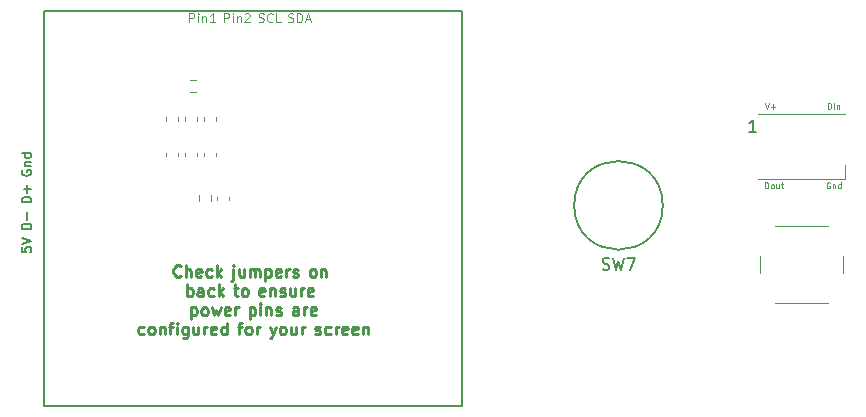
<source format=gbr>
G04 #@! TF.GenerationSoftware,KiCad,Pcbnew,(7.0.0)*
G04 #@! TF.CreationDate,2023-03-04T20:15:19-06:00*
G04 #@! TF.ProjectId,V0_Display,56305f44-6973-4706-9c61-792e6b696361,rev?*
G04 #@! TF.SameCoordinates,Original*
G04 #@! TF.FileFunction,Legend,Top*
G04 #@! TF.FilePolarity,Positive*
%FSLAX46Y46*%
G04 Gerber Fmt 4.6, Leading zero omitted, Abs format (unit mm)*
G04 Created by KiCad (PCBNEW (7.0.0)) date 2023-03-04 20:15:19*
%MOMM*%
%LPD*%
G01*
G04 APERTURE LIST*
%ADD10C,0.075000*%
%ADD11C,0.150000*%
%ADD12C,0.100000*%
%ADD13C,0.250000*%
%ADD14C,0.120000*%
G04 APERTURE END LIST*
D10*
X156829810Y-58477690D02*
X156996476Y-58977690D01*
X156996476Y-58977690D02*
X157163143Y-58477690D01*
X157329809Y-58787214D02*
X157710762Y-58787214D01*
X157520285Y-58977690D02*
X157520285Y-58596738D01*
D11*
X93875904Y-70692666D02*
X93875904Y-71073618D01*
X93875904Y-71073618D02*
X94256857Y-71111714D01*
X94256857Y-71111714D02*
X94218761Y-71073618D01*
X94218761Y-71073618D02*
X94180666Y-70997428D01*
X94180666Y-70997428D02*
X94180666Y-70806952D01*
X94180666Y-70806952D02*
X94218761Y-70730761D01*
X94218761Y-70730761D02*
X94256857Y-70692666D01*
X94256857Y-70692666D02*
X94333047Y-70654571D01*
X94333047Y-70654571D02*
X94523523Y-70654571D01*
X94523523Y-70654571D02*
X94599714Y-70692666D01*
X94599714Y-70692666D02*
X94637809Y-70730761D01*
X94637809Y-70730761D02*
X94675904Y-70806952D01*
X94675904Y-70806952D02*
X94675904Y-70997428D01*
X94675904Y-70997428D02*
X94637809Y-71073618D01*
X94637809Y-71073618D02*
X94599714Y-71111714D01*
X93875904Y-70425999D02*
X94675904Y-70159332D01*
X94675904Y-70159332D02*
X93875904Y-69892666D01*
X94675904Y-69145999D02*
X93875904Y-69145999D01*
X93875904Y-69145999D02*
X93875904Y-68955523D01*
X93875904Y-68955523D02*
X93914000Y-68841237D01*
X93914000Y-68841237D02*
X93990190Y-68765047D01*
X93990190Y-68765047D02*
X94066380Y-68726952D01*
X94066380Y-68726952D02*
X94218761Y-68688856D01*
X94218761Y-68688856D02*
X94333047Y-68688856D01*
X94333047Y-68688856D02*
X94485428Y-68726952D01*
X94485428Y-68726952D02*
X94561619Y-68765047D01*
X94561619Y-68765047D02*
X94637809Y-68841237D01*
X94637809Y-68841237D02*
X94675904Y-68955523D01*
X94675904Y-68955523D02*
X94675904Y-69145999D01*
X94371142Y-68345999D02*
X94371142Y-67736476D01*
X94675904Y-66875523D02*
X93875904Y-66875523D01*
X93875904Y-66875523D02*
X93875904Y-66685047D01*
X93875904Y-66685047D02*
X93914000Y-66570761D01*
X93914000Y-66570761D02*
X93990190Y-66494571D01*
X93990190Y-66494571D02*
X94066380Y-66456476D01*
X94066380Y-66456476D02*
X94218761Y-66418380D01*
X94218761Y-66418380D02*
X94333047Y-66418380D01*
X94333047Y-66418380D02*
X94485428Y-66456476D01*
X94485428Y-66456476D02*
X94561619Y-66494571D01*
X94561619Y-66494571D02*
X94637809Y-66570761D01*
X94637809Y-66570761D02*
X94675904Y-66685047D01*
X94675904Y-66685047D02*
X94675904Y-66875523D01*
X94371142Y-66075523D02*
X94371142Y-65466000D01*
X94675904Y-65770761D02*
X94066380Y-65770761D01*
X93914000Y-64186000D02*
X93875904Y-64262190D01*
X93875904Y-64262190D02*
X93875904Y-64376476D01*
X93875904Y-64376476D02*
X93914000Y-64490762D01*
X93914000Y-64490762D02*
X93990190Y-64566952D01*
X93990190Y-64566952D02*
X94066380Y-64605047D01*
X94066380Y-64605047D02*
X94218761Y-64643143D01*
X94218761Y-64643143D02*
X94333047Y-64643143D01*
X94333047Y-64643143D02*
X94485428Y-64605047D01*
X94485428Y-64605047D02*
X94561619Y-64566952D01*
X94561619Y-64566952D02*
X94637809Y-64490762D01*
X94637809Y-64490762D02*
X94675904Y-64376476D01*
X94675904Y-64376476D02*
X94675904Y-64300285D01*
X94675904Y-64300285D02*
X94637809Y-64186000D01*
X94637809Y-64186000D02*
X94599714Y-64147904D01*
X94599714Y-64147904D02*
X94333047Y-64147904D01*
X94333047Y-64147904D02*
X94333047Y-64300285D01*
X94142571Y-63805047D02*
X94675904Y-63805047D01*
X94218761Y-63805047D02*
X94180666Y-63766952D01*
X94180666Y-63766952D02*
X94142571Y-63690762D01*
X94142571Y-63690762D02*
X94142571Y-63576476D01*
X94142571Y-63576476D02*
X94180666Y-63500285D01*
X94180666Y-63500285D02*
X94256857Y-63462190D01*
X94256857Y-63462190D02*
X94675904Y-63462190D01*
X94675904Y-62738380D02*
X93875904Y-62738380D01*
X94637809Y-62738380D02*
X94675904Y-62814571D01*
X94675904Y-62814571D02*
X94675904Y-62966952D01*
X94675904Y-62966952D02*
X94637809Y-63043142D01*
X94637809Y-63043142D02*
X94599714Y-63081237D01*
X94599714Y-63081237D02*
X94523523Y-63119333D01*
X94523523Y-63119333D02*
X94294952Y-63119333D01*
X94294952Y-63119333D02*
X94218761Y-63081237D01*
X94218761Y-63081237D02*
X94180666Y-63043142D01*
X94180666Y-63043142D02*
X94142571Y-62966952D01*
X94142571Y-62966952D02*
X94142571Y-62814571D01*
X94142571Y-62814571D02*
X94180666Y-62738380D01*
D12*
X108084285Y-51623535D02*
X108084285Y-50873535D01*
X108084285Y-50873535D02*
X108369999Y-50873535D01*
X108369999Y-50873535D02*
X108441428Y-50909250D01*
X108441428Y-50909250D02*
X108477142Y-50944964D01*
X108477142Y-50944964D02*
X108512856Y-51016392D01*
X108512856Y-51016392D02*
X108512856Y-51123535D01*
X108512856Y-51123535D02*
X108477142Y-51194964D01*
X108477142Y-51194964D02*
X108441428Y-51230678D01*
X108441428Y-51230678D02*
X108369999Y-51266392D01*
X108369999Y-51266392D02*
X108084285Y-51266392D01*
X108834285Y-51623535D02*
X108834285Y-51123535D01*
X108834285Y-50873535D02*
X108798571Y-50909250D01*
X108798571Y-50909250D02*
X108834285Y-50944964D01*
X108834285Y-50944964D02*
X108869999Y-50909250D01*
X108869999Y-50909250D02*
X108834285Y-50873535D01*
X108834285Y-50873535D02*
X108834285Y-50944964D01*
X109191428Y-51123535D02*
X109191428Y-51623535D01*
X109191428Y-51194964D02*
X109227142Y-51159250D01*
X109227142Y-51159250D02*
X109298571Y-51123535D01*
X109298571Y-51123535D02*
X109405714Y-51123535D01*
X109405714Y-51123535D02*
X109477142Y-51159250D01*
X109477142Y-51159250D02*
X109512857Y-51230678D01*
X109512857Y-51230678D02*
X109512857Y-51623535D01*
X110262856Y-51623535D02*
X109834285Y-51623535D01*
X110048570Y-51623535D02*
X110048570Y-50873535D01*
X110048570Y-50873535D02*
X109977142Y-50980678D01*
X109977142Y-50980678D02*
X109905713Y-51052107D01*
X109905713Y-51052107D02*
X109834285Y-51087821D01*
X111034285Y-51623535D02*
X111034285Y-50873535D01*
X111034285Y-50873535D02*
X111319999Y-50873535D01*
X111319999Y-50873535D02*
X111391428Y-50909250D01*
X111391428Y-50909250D02*
X111427142Y-50944964D01*
X111427142Y-50944964D02*
X111462856Y-51016392D01*
X111462856Y-51016392D02*
X111462856Y-51123535D01*
X111462856Y-51123535D02*
X111427142Y-51194964D01*
X111427142Y-51194964D02*
X111391428Y-51230678D01*
X111391428Y-51230678D02*
X111319999Y-51266392D01*
X111319999Y-51266392D02*
X111034285Y-51266392D01*
X111784285Y-51623535D02*
X111784285Y-51123535D01*
X111784285Y-50873535D02*
X111748571Y-50909250D01*
X111748571Y-50909250D02*
X111784285Y-50944964D01*
X111784285Y-50944964D02*
X111819999Y-50909250D01*
X111819999Y-50909250D02*
X111784285Y-50873535D01*
X111784285Y-50873535D02*
X111784285Y-50944964D01*
X112141428Y-51123535D02*
X112141428Y-51623535D01*
X112141428Y-51194964D02*
X112177142Y-51159250D01*
X112177142Y-51159250D02*
X112248571Y-51123535D01*
X112248571Y-51123535D02*
X112355714Y-51123535D01*
X112355714Y-51123535D02*
X112427142Y-51159250D01*
X112427142Y-51159250D02*
X112462857Y-51230678D01*
X112462857Y-51230678D02*
X112462857Y-51623535D01*
X112784285Y-50944964D02*
X112819999Y-50909250D01*
X112819999Y-50909250D02*
X112891428Y-50873535D01*
X112891428Y-50873535D02*
X113069999Y-50873535D01*
X113069999Y-50873535D02*
X113141428Y-50909250D01*
X113141428Y-50909250D02*
X113177142Y-50944964D01*
X113177142Y-50944964D02*
X113212856Y-51016392D01*
X113212856Y-51016392D02*
X113212856Y-51087821D01*
X113212856Y-51087821D02*
X113177142Y-51194964D01*
X113177142Y-51194964D02*
X112748570Y-51623535D01*
X112748570Y-51623535D02*
X113212856Y-51623535D01*
X113948571Y-51587821D02*
X114055714Y-51623535D01*
X114055714Y-51623535D02*
X114234285Y-51623535D01*
X114234285Y-51623535D02*
X114305714Y-51587821D01*
X114305714Y-51587821D02*
X114341428Y-51552107D01*
X114341428Y-51552107D02*
X114377142Y-51480678D01*
X114377142Y-51480678D02*
X114377142Y-51409250D01*
X114377142Y-51409250D02*
X114341428Y-51337821D01*
X114341428Y-51337821D02*
X114305714Y-51302107D01*
X114305714Y-51302107D02*
X114234285Y-51266392D01*
X114234285Y-51266392D02*
X114091428Y-51230678D01*
X114091428Y-51230678D02*
X114019999Y-51194964D01*
X114019999Y-51194964D02*
X113984285Y-51159250D01*
X113984285Y-51159250D02*
X113948571Y-51087821D01*
X113948571Y-51087821D02*
X113948571Y-51016392D01*
X113948571Y-51016392D02*
X113984285Y-50944964D01*
X113984285Y-50944964D02*
X114019999Y-50909250D01*
X114019999Y-50909250D02*
X114091428Y-50873535D01*
X114091428Y-50873535D02*
X114269999Y-50873535D01*
X114269999Y-50873535D02*
X114377142Y-50909250D01*
X115127142Y-51552107D02*
X115091428Y-51587821D01*
X115091428Y-51587821D02*
X114984285Y-51623535D01*
X114984285Y-51623535D02*
X114912857Y-51623535D01*
X114912857Y-51623535D02*
X114805714Y-51587821D01*
X114805714Y-51587821D02*
X114734285Y-51516392D01*
X114734285Y-51516392D02*
X114698571Y-51444964D01*
X114698571Y-51444964D02*
X114662857Y-51302107D01*
X114662857Y-51302107D02*
X114662857Y-51194964D01*
X114662857Y-51194964D02*
X114698571Y-51052107D01*
X114698571Y-51052107D02*
X114734285Y-50980678D01*
X114734285Y-50980678D02*
X114805714Y-50909250D01*
X114805714Y-50909250D02*
X114912857Y-50873535D01*
X114912857Y-50873535D02*
X114984285Y-50873535D01*
X114984285Y-50873535D02*
X115091428Y-50909250D01*
X115091428Y-50909250D02*
X115127142Y-50944964D01*
X115805714Y-51623535D02*
X115448571Y-51623535D01*
X115448571Y-51623535D02*
X115448571Y-50873535D01*
X116470000Y-51587821D02*
X116577143Y-51623535D01*
X116577143Y-51623535D02*
X116755714Y-51623535D01*
X116755714Y-51623535D02*
X116827143Y-51587821D01*
X116827143Y-51587821D02*
X116862857Y-51552107D01*
X116862857Y-51552107D02*
X116898571Y-51480678D01*
X116898571Y-51480678D02*
X116898571Y-51409250D01*
X116898571Y-51409250D02*
X116862857Y-51337821D01*
X116862857Y-51337821D02*
X116827143Y-51302107D01*
X116827143Y-51302107D02*
X116755714Y-51266392D01*
X116755714Y-51266392D02*
X116612857Y-51230678D01*
X116612857Y-51230678D02*
X116541428Y-51194964D01*
X116541428Y-51194964D02*
X116505714Y-51159250D01*
X116505714Y-51159250D02*
X116470000Y-51087821D01*
X116470000Y-51087821D02*
X116470000Y-51016392D01*
X116470000Y-51016392D02*
X116505714Y-50944964D01*
X116505714Y-50944964D02*
X116541428Y-50909250D01*
X116541428Y-50909250D02*
X116612857Y-50873535D01*
X116612857Y-50873535D02*
X116791428Y-50873535D01*
X116791428Y-50873535D02*
X116898571Y-50909250D01*
X117220000Y-51623535D02*
X117220000Y-50873535D01*
X117220000Y-50873535D02*
X117398571Y-50873535D01*
X117398571Y-50873535D02*
X117505714Y-50909250D01*
X117505714Y-50909250D02*
X117577143Y-50980678D01*
X117577143Y-50980678D02*
X117612857Y-51052107D01*
X117612857Y-51052107D02*
X117648571Y-51194964D01*
X117648571Y-51194964D02*
X117648571Y-51302107D01*
X117648571Y-51302107D02*
X117612857Y-51444964D01*
X117612857Y-51444964D02*
X117577143Y-51516392D01*
X117577143Y-51516392D02*
X117505714Y-51587821D01*
X117505714Y-51587821D02*
X117398571Y-51623535D01*
X117398571Y-51623535D02*
X117220000Y-51623535D01*
X117934286Y-51409250D02*
X118291429Y-51409250D01*
X117862857Y-51623535D02*
X118112857Y-50873535D01*
X118112857Y-50873535D02*
X118362857Y-51623535D01*
D10*
X156833809Y-65708690D02*
X156833809Y-65208690D01*
X156833809Y-65208690D02*
X156952857Y-65208690D01*
X156952857Y-65208690D02*
X157024285Y-65232500D01*
X157024285Y-65232500D02*
X157071904Y-65280119D01*
X157071904Y-65280119D02*
X157095714Y-65327738D01*
X157095714Y-65327738D02*
X157119523Y-65422976D01*
X157119523Y-65422976D02*
X157119523Y-65494404D01*
X157119523Y-65494404D02*
X157095714Y-65589642D01*
X157095714Y-65589642D02*
X157071904Y-65637261D01*
X157071904Y-65637261D02*
X157024285Y-65684880D01*
X157024285Y-65684880D02*
X156952857Y-65708690D01*
X156952857Y-65708690D02*
X156833809Y-65708690D01*
X157405238Y-65708690D02*
X157357619Y-65684880D01*
X157357619Y-65684880D02*
X157333809Y-65661071D01*
X157333809Y-65661071D02*
X157310000Y-65613452D01*
X157310000Y-65613452D02*
X157310000Y-65470595D01*
X157310000Y-65470595D02*
X157333809Y-65422976D01*
X157333809Y-65422976D02*
X157357619Y-65399166D01*
X157357619Y-65399166D02*
X157405238Y-65375357D01*
X157405238Y-65375357D02*
X157476666Y-65375357D01*
X157476666Y-65375357D02*
X157524285Y-65399166D01*
X157524285Y-65399166D02*
X157548095Y-65422976D01*
X157548095Y-65422976D02*
X157571904Y-65470595D01*
X157571904Y-65470595D02*
X157571904Y-65613452D01*
X157571904Y-65613452D02*
X157548095Y-65661071D01*
X157548095Y-65661071D02*
X157524285Y-65684880D01*
X157524285Y-65684880D02*
X157476666Y-65708690D01*
X157476666Y-65708690D02*
X157405238Y-65708690D01*
X158000476Y-65375357D02*
X158000476Y-65708690D01*
X157786190Y-65375357D02*
X157786190Y-65637261D01*
X157786190Y-65637261D02*
X157810000Y-65684880D01*
X157810000Y-65684880D02*
X157857619Y-65708690D01*
X157857619Y-65708690D02*
X157929047Y-65708690D01*
X157929047Y-65708690D02*
X157976666Y-65684880D01*
X157976666Y-65684880D02*
X158000476Y-65661071D01*
X158167143Y-65375357D02*
X158357619Y-65375357D01*
X158238571Y-65208690D02*
X158238571Y-65637261D01*
X158238571Y-65637261D02*
X158262381Y-65684880D01*
X158262381Y-65684880D02*
X158310000Y-65708690D01*
X158310000Y-65708690D02*
X158357619Y-65708690D01*
X162163809Y-58977690D02*
X162163809Y-58477690D01*
X162163809Y-58477690D02*
X162282857Y-58477690D01*
X162282857Y-58477690D02*
X162354285Y-58501500D01*
X162354285Y-58501500D02*
X162401904Y-58549119D01*
X162401904Y-58549119D02*
X162425714Y-58596738D01*
X162425714Y-58596738D02*
X162449523Y-58691976D01*
X162449523Y-58691976D02*
X162449523Y-58763404D01*
X162449523Y-58763404D02*
X162425714Y-58858642D01*
X162425714Y-58858642D02*
X162401904Y-58906261D01*
X162401904Y-58906261D02*
X162354285Y-58953880D01*
X162354285Y-58953880D02*
X162282857Y-58977690D01*
X162282857Y-58977690D02*
X162163809Y-58977690D01*
X162663809Y-58977690D02*
X162663809Y-58644357D01*
X162663809Y-58477690D02*
X162640000Y-58501500D01*
X162640000Y-58501500D02*
X162663809Y-58525309D01*
X162663809Y-58525309D02*
X162687619Y-58501500D01*
X162687619Y-58501500D02*
X162663809Y-58477690D01*
X162663809Y-58477690D02*
X162663809Y-58525309D01*
X162901904Y-58644357D02*
X162901904Y-58977690D01*
X162901904Y-58691976D02*
X162925714Y-58668166D01*
X162925714Y-58668166D02*
X162973333Y-58644357D01*
X162973333Y-58644357D02*
X163044761Y-58644357D01*
X163044761Y-58644357D02*
X163092380Y-58668166D01*
X163092380Y-58668166D02*
X163116190Y-58715785D01*
X163116190Y-58715785D02*
X163116190Y-58977690D01*
X162318571Y-65232500D02*
X162270952Y-65208690D01*
X162270952Y-65208690D02*
X162199523Y-65208690D01*
X162199523Y-65208690D02*
X162128095Y-65232500D01*
X162128095Y-65232500D02*
X162080476Y-65280119D01*
X162080476Y-65280119D02*
X162056666Y-65327738D01*
X162056666Y-65327738D02*
X162032857Y-65422976D01*
X162032857Y-65422976D02*
X162032857Y-65494404D01*
X162032857Y-65494404D02*
X162056666Y-65589642D01*
X162056666Y-65589642D02*
X162080476Y-65637261D01*
X162080476Y-65637261D02*
X162128095Y-65684880D01*
X162128095Y-65684880D02*
X162199523Y-65708690D01*
X162199523Y-65708690D02*
X162247142Y-65708690D01*
X162247142Y-65708690D02*
X162318571Y-65684880D01*
X162318571Y-65684880D02*
X162342380Y-65661071D01*
X162342380Y-65661071D02*
X162342380Y-65494404D01*
X162342380Y-65494404D02*
X162247142Y-65494404D01*
X162556666Y-65375357D02*
X162556666Y-65708690D01*
X162556666Y-65422976D02*
X162580476Y-65399166D01*
X162580476Y-65399166D02*
X162628095Y-65375357D01*
X162628095Y-65375357D02*
X162699523Y-65375357D01*
X162699523Y-65375357D02*
X162747142Y-65399166D01*
X162747142Y-65399166D02*
X162770952Y-65446785D01*
X162770952Y-65446785D02*
X162770952Y-65708690D01*
X163223333Y-65708690D02*
X163223333Y-65208690D01*
X163223333Y-65684880D02*
X163175714Y-65708690D01*
X163175714Y-65708690D02*
X163080476Y-65708690D01*
X163080476Y-65708690D02*
X163032857Y-65684880D01*
X163032857Y-65684880D02*
X163009047Y-65661071D01*
X163009047Y-65661071D02*
X162985238Y-65613452D01*
X162985238Y-65613452D02*
X162985238Y-65470595D01*
X162985238Y-65470595D02*
X163009047Y-65422976D01*
X163009047Y-65422976D02*
X163032857Y-65399166D01*
X163032857Y-65399166D02*
X163080476Y-65375357D01*
X163080476Y-65375357D02*
X163175714Y-65375357D01*
X163175714Y-65375357D02*
X163223333Y-65399166D01*
D13*
X107358094Y-73120142D02*
X107310475Y-73167761D01*
X107310475Y-73167761D02*
X107167618Y-73215380D01*
X107167618Y-73215380D02*
X107072380Y-73215380D01*
X107072380Y-73215380D02*
X106929523Y-73167761D01*
X106929523Y-73167761D02*
X106834285Y-73072523D01*
X106834285Y-73072523D02*
X106786666Y-72977285D01*
X106786666Y-72977285D02*
X106739047Y-72786809D01*
X106739047Y-72786809D02*
X106739047Y-72643952D01*
X106739047Y-72643952D02*
X106786666Y-72453476D01*
X106786666Y-72453476D02*
X106834285Y-72358238D01*
X106834285Y-72358238D02*
X106929523Y-72263000D01*
X106929523Y-72263000D02*
X107072380Y-72215380D01*
X107072380Y-72215380D02*
X107167618Y-72215380D01*
X107167618Y-72215380D02*
X107310475Y-72263000D01*
X107310475Y-72263000D02*
X107358094Y-72310619D01*
X107786666Y-73215380D02*
X107786666Y-72215380D01*
X108215237Y-73215380D02*
X108215237Y-72691571D01*
X108215237Y-72691571D02*
X108167618Y-72596333D01*
X108167618Y-72596333D02*
X108072380Y-72548714D01*
X108072380Y-72548714D02*
X107929523Y-72548714D01*
X107929523Y-72548714D02*
X107834285Y-72596333D01*
X107834285Y-72596333D02*
X107786666Y-72643952D01*
X109072380Y-73167761D02*
X108977142Y-73215380D01*
X108977142Y-73215380D02*
X108786666Y-73215380D01*
X108786666Y-73215380D02*
X108691428Y-73167761D01*
X108691428Y-73167761D02*
X108643809Y-73072523D01*
X108643809Y-73072523D02*
X108643809Y-72691571D01*
X108643809Y-72691571D02*
X108691428Y-72596333D01*
X108691428Y-72596333D02*
X108786666Y-72548714D01*
X108786666Y-72548714D02*
X108977142Y-72548714D01*
X108977142Y-72548714D02*
X109072380Y-72596333D01*
X109072380Y-72596333D02*
X109119999Y-72691571D01*
X109119999Y-72691571D02*
X109119999Y-72786809D01*
X109119999Y-72786809D02*
X108643809Y-72882047D01*
X109977142Y-73167761D02*
X109881904Y-73215380D01*
X109881904Y-73215380D02*
X109691428Y-73215380D01*
X109691428Y-73215380D02*
X109596190Y-73167761D01*
X109596190Y-73167761D02*
X109548571Y-73120142D01*
X109548571Y-73120142D02*
X109500952Y-73024904D01*
X109500952Y-73024904D02*
X109500952Y-72739190D01*
X109500952Y-72739190D02*
X109548571Y-72643952D01*
X109548571Y-72643952D02*
X109596190Y-72596333D01*
X109596190Y-72596333D02*
X109691428Y-72548714D01*
X109691428Y-72548714D02*
X109881904Y-72548714D01*
X109881904Y-72548714D02*
X109977142Y-72596333D01*
X110405714Y-73215380D02*
X110405714Y-72215380D01*
X110500952Y-72834428D02*
X110786666Y-73215380D01*
X110786666Y-72548714D02*
X110405714Y-72929666D01*
X111815238Y-72548714D02*
X111815238Y-73405857D01*
X111815238Y-73405857D02*
X111767619Y-73501095D01*
X111767619Y-73501095D02*
X111672381Y-73548714D01*
X111672381Y-73548714D02*
X111624762Y-73548714D01*
X111815238Y-72215380D02*
X111767619Y-72263000D01*
X111767619Y-72263000D02*
X111815238Y-72310619D01*
X111815238Y-72310619D02*
X111862857Y-72263000D01*
X111862857Y-72263000D02*
X111815238Y-72215380D01*
X111815238Y-72215380D02*
X111815238Y-72310619D01*
X112719999Y-72548714D02*
X112719999Y-73215380D01*
X112291428Y-72548714D02*
X112291428Y-73072523D01*
X112291428Y-73072523D02*
X112339047Y-73167761D01*
X112339047Y-73167761D02*
X112434285Y-73215380D01*
X112434285Y-73215380D02*
X112577142Y-73215380D01*
X112577142Y-73215380D02*
X112672380Y-73167761D01*
X112672380Y-73167761D02*
X112719999Y-73120142D01*
X113196190Y-73215380D02*
X113196190Y-72548714D01*
X113196190Y-72643952D02*
X113243809Y-72596333D01*
X113243809Y-72596333D02*
X113339047Y-72548714D01*
X113339047Y-72548714D02*
X113481904Y-72548714D01*
X113481904Y-72548714D02*
X113577142Y-72596333D01*
X113577142Y-72596333D02*
X113624761Y-72691571D01*
X113624761Y-72691571D02*
X113624761Y-73215380D01*
X113624761Y-72691571D02*
X113672380Y-72596333D01*
X113672380Y-72596333D02*
X113767618Y-72548714D01*
X113767618Y-72548714D02*
X113910475Y-72548714D01*
X113910475Y-72548714D02*
X114005714Y-72596333D01*
X114005714Y-72596333D02*
X114053333Y-72691571D01*
X114053333Y-72691571D02*
X114053333Y-73215380D01*
X114529523Y-72548714D02*
X114529523Y-73548714D01*
X114529523Y-72596333D02*
X114624761Y-72548714D01*
X114624761Y-72548714D02*
X114815237Y-72548714D01*
X114815237Y-72548714D02*
X114910475Y-72596333D01*
X114910475Y-72596333D02*
X114958094Y-72643952D01*
X114958094Y-72643952D02*
X115005713Y-72739190D01*
X115005713Y-72739190D02*
X115005713Y-73024904D01*
X115005713Y-73024904D02*
X114958094Y-73120142D01*
X114958094Y-73120142D02*
X114910475Y-73167761D01*
X114910475Y-73167761D02*
X114815237Y-73215380D01*
X114815237Y-73215380D02*
X114624761Y-73215380D01*
X114624761Y-73215380D02*
X114529523Y-73167761D01*
X115815237Y-73167761D02*
X115719999Y-73215380D01*
X115719999Y-73215380D02*
X115529523Y-73215380D01*
X115529523Y-73215380D02*
X115434285Y-73167761D01*
X115434285Y-73167761D02*
X115386666Y-73072523D01*
X115386666Y-73072523D02*
X115386666Y-72691571D01*
X115386666Y-72691571D02*
X115434285Y-72596333D01*
X115434285Y-72596333D02*
X115529523Y-72548714D01*
X115529523Y-72548714D02*
X115719999Y-72548714D01*
X115719999Y-72548714D02*
X115815237Y-72596333D01*
X115815237Y-72596333D02*
X115862856Y-72691571D01*
X115862856Y-72691571D02*
X115862856Y-72786809D01*
X115862856Y-72786809D02*
X115386666Y-72882047D01*
X116291428Y-73215380D02*
X116291428Y-72548714D01*
X116291428Y-72739190D02*
X116339047Y-72643952D01*
X116339047Y-72643952D02*
X116386666Y-72596333D01*
X116386666Y-72596333D02*
X116481904Y-72548714D01*
X116481904Y-72548714D02*
X116577142Y-72548714D01*
X116862857Y-73167761D02*
X116958095Y-73215380D01*
X116958095Y-73215380D02*
X117148571Y-73215380D01*
X117148571Y-73215380D02*
X117243809Y-73167761D01*
X117243809Y-73167761D02*
X117291428Y-73072523D01*
X117291428Y-73072523D02*
X117291428Y-73024904D01*
X117291428Y-73024904D02*
X117243809Y-72929666D01*
X117243809Y-72929666D02*
X117148571Y-72882047D01*
X117148571Y-72882047D02*
X117005714Y-72882047D01*
X117005714Y-72882047D02*
X116910476Y-72834428D01*
X116910476Y-72834428D02*
X116862857Y-72739190D01*
X116862857Y-72739190D02*
X116862857Y-72691571D01*
X116862857Y-72691571D02*
X116910476Y-72596333D01*
X116910476Y-72596333D02*
X117005714Y-72548714D01*
X117005714Y-72548714D02*
X117148571Y-72548714D01*
X117148571Y-72548714D02*
X117243809Y-72596333D01*
X118462857Y-73215380D02*
X118367619Y-73167761D01*
X118367619Y-73167761D02*
X118320000Y-73120142D01*
X118320000Y-73120142D02*
X118272381Y-73024904D01*
X118272381Y-73024904D02*
X118272381Y-72739190D01*
X118272381Y-72739190D02*
X118320000Y-72643952D01*
X118320000Y-72643952D02*
X118367619Y-72596333D01*
X118367619Y-72596333D02*
X118462857Y-72548714D01*
X118462857Y-72548714D02*
X118605714Y-72548714D01*
X118605714Y-72548714D02*
X118700952Y-72596333D01*
X118700952Y-72596333D02*
X118748571Y-72643952D01*
X118748571Y-72643952D02*
X118796190Y-72739190D01*
X118796190Y-72739190D02*
X118796190Y-73024904D01*
X118796190Y-73024904D02*
X118748571Y-73120142D01*
X118748571Y-73120142D02*
X118700952Y-73167761D01*
X118700952Y-73167761D02*
X118605714Y-73215380D01*
X118605714Y-73215380D02*
X118462857Y-73215380D01*
X119224762Y-72548714D02*
X119224762Y-73215380D01*
X119224762Y-72643952D02*
X119272381Y-72596333D01*
X119272381Y-72596333D02*
X119367619Y-72548714D01*
X119367619Y-72548714D02*
X119510476Y-72548714D01*
X119510476Y-72548714D02*
X119605714Y-72596333D01*
X119605714Y-72596333D02*
X119653333Y-72691571D01*
X119653333Y-72691571D02*
X119653333Y-73215380D01*
X107905713Y-74835380D02*
X107905713Y-73835380D01*
X107905713Y-74216333D02*
X108000951Y-74168714D01*
X108000951Y-74168714D02*
X108191427Y-74168714D01*
X108191427Y-74168714D02*
X108286665Y-74216333D01*
X108286665Y-74216333D02*
X108334284Y-74263952D01*
X108334284Y-74263952D02*
X108381903Y-74359190D01*
X108381903Y-74359190D02*
X108381903Y-74644904D01*
X108381903Y-74644904D02*
X108334284Y-74740142D01*
X108334284Y-74740142D02*
X108286665Y-74787761D01*
X108286665Y-74787761D02*
X108191427Y-74835380D01*
X108191427Y-74835380D02*
X108000951Y-74835380D01*
X108000951Y-74835380D02*
X107905713Y-74787761D01*
X109239046Y-74835380D02*
X109239046Y-74311571D01*
X109239046Y-74311571D02*
X109191427Y-74216333D01*
X109191427Y-74216333D02*
X109096189Y-74168714D01*
X109096189Y-74168714D02*
X108905713Y-74168714D01*
X108905713Y-74168714D02*
X108810475Y-74216333D01*
X109239046Y-74787761D02*
X109143808Y-74835380D01*
X109143808Y-74835380D02*
X108905713Y-74835380D01*
X108905713Y-74835380D02*
X108810475Y-74787761D01*
X108810475Y-74787761D02*
X108762856Y-74692523D01*
X108762856Y-74692523D02*
X108762856Y-74597285D01*
X108762856Y-74597285D02*
X108810475Y-74502047D01*
X108810475Y-74502047D02*
X108905713Y-74454428D01*
X108905713Y-74454428D02*
X109143808Y-74454428D01*
X109143808Y-74454428D02*
X109239046Y-74406809D01*
X110143808Y-74787761D02*
X110048570Y-74835380D01*
X110048570Y-74835380D02*
X109858094Y-74835380D01*
X109858094Y-74835380D02*
X109762856Y-74787761D01*
X109762856Y-74787761D02*
X109715237Y-74740142D01*
X109715237Y-74740142D02*
X109667618Y-74644904D01*
X109667618Y-74644904D02*
X109667618Y-74359190D01*
X109667618Y-74359190D02*
X109715237Y-74263952D01*
X109715237Y-74263952D02*
X109762856Y-74216333D01*
X109762856Y-74216333D02*
X109858094Y-74168714D01*
X109858094Y-74168714D02*
X110048570Y-74168714D01*
X110048570Y-74168714D02*
X110143808Y-74216333D01*
X110572380Y-74835380D02*
X110572380Y-73835380D01*
X110667618Y-74454428D02*
X110953332Y-74835380D01*
X110953332Y-74168714D02*
X110572380Y-74549666D01*
X111839047Y-74168714D02*
X112219999Y-74168714D01*
X111981904Y-73835380D02*
X111981904Y-74692523D01*
X111981904Y-74692523D02*
X112029523Y-74787761D01*
X112029523Y-74787761D02*
X112124761Y-74835380D01*
X112124761Y-74835380D02*
X112219999Y-74835380D01*
X112696190Y-74835380D02*
X112600952Y-74787761D01*
X112600952Y-74787761D02*
X112553333Y-74740142D01*
X112553333Y-74740142D02*
X112505714Y-74644904D01*
X112505714Y-74644904D02*
X112505714Y-74359190D01*
X112505714Y-74359190D02*
X112553333Y-74263952D01*
X112553333Y-74263952D02*
X112600952Y-74216333D01*
X112600952Y-74216333D02*
X112696190Y-74168714D01*
X112696190Y-74168714D02*
X112839047Y-74168714D01*
X112839047Y-74168714D02*
X112934285Y-74216333D01*
X112934285Y-74216333D02*
X112981904Y-74263952D01*
X112981904Y-74263952D02*
X113029523Y-74359190D01*
X113029523Y-74359190D02*
X113029523Y-74644904D01*
X113029523Y-74644904D02*
X112981904Y-74740142D01*
X112981904Y-74740142D02*
X112934285Y-74787761D01*
X112934285Y-74787761D02*
X112839047Y-74835380D01*
X112839047Y-74835380D02*
X112696190Y-74835380D01*
X114439047Y-74787761D02*
X114343809Y-74835380D01*
X114343809Y-74835380D02*
X114153333Y-74835380D01*
X114153333Y-74835380D02*
X114058095Y-74787761D01*
X114058095Y-74787761D02*
X114010476Y-74692523D01*
X114010476Y-74692523D02*
X114010476Y-74311571D01*
X114010476Y-74311571D02*
X114058095Y-74216333D01*
X114058095Y-74216333D02*
X114153333Y-74168714D01*
X114153333Y-74168714D02*
X114343809Y-74168714D01*
X114343809Y-74168714D02*
X114439047Y-74216333D01*
X114439047Y-74216333D02*
X114486666Y-74311571D01*
X114486666Y-74311571D02*
X114486666Y-74406809D01*
X114486666Y-74406809D02*
X114010476Y-74502047D01*
X114915238Y-74168714D02*
X114915238Y-74835380D01*
X114915238Y-74263952D02*
X114962857Y-74216333D01*
X114962857Y-74216333D02*
X115058095Y-74168714D01*
X115058095Y-74168714D02*
X115200952Y-74168714D01*
X115200952Y-74168714D02*
X115296190Y-74216333D01*
X115296190Y-74216333D02*
X115343809Y-74311571D01*
X115343809Y-74311571D02*
X115343809Y-74835380D01*
X115772381Y-74787761D02*
X115867619Y-74835380D01*
X115867619Y-74835380D02*
X116058095Y-74835380D01*
X116058095Y-74835380D02*
X116153333Y-74787761D01*
X116153333Y-74787761D02*
X116200952Y-74692523D01*
X116200952Y-74692523D02*
X116200952Y-74644904D01*
X116200952Y-74644904D02*
X116153333Y-74549666D01*
X116153333Y-74549666D02*
X116058095Y-74502047D01*
X116058095Y-74502047D02*
X115915238Y-74502047D01*
X115915238Y-74502047D02*
X115820000Y-74454428D01*
X115820000Y-74454428D02*
X115772381Y-74359190D01*
X115772381Y-74359190D02*
X115772381Y-74311571D01*
X115772381Y-74311571D02*
X115820000Y-74216333D01*
X115820000Y-74216333D02*
X115915238Y-74168714D01*
X115915238Y-74168714D02*
X116058095Y-74168714D01*
X116058095Y-74168714D02*
X116153333Y-74216333D01*
X117058095Y-74168714D02*
X117058095Y-74835380D01*
X116629524Y-74168714D02*
X116629524Y-74692523D01*
X116629524Y-74692523D02*
X116677143Y-74787761D01*
X116677143Y-74787761D02*
X116772381Y-74835380D01*
X116772381Y-74835380D02*
X116915238Y-74835380D01*
X116915238Y-74835380D02*
X117010476Y-74787761D01*
X117010476Y-74787761D02*
X117058095Y-74740142D01*
X117534286Y-74835380D02*
X117534286Y-74168714D01*
X117534286Y-74359190D02*
X117581905Y-74263952D01*
X117581905Y-74263952D02*
X117629524Y-74216333D01*
X117629524Y-74216333D02*
X117724762Y-74168714D01*
X117724762Y-74168714D02*
X117820000Y-74168714D01*
X118534286Y-74787761D02*
X118439048Y-74835380D01*
X118439048Y-74835380D02*
X118248572Y-74835380D01*
X118248572Y-74835380D02*
X118153334Y-74787761D01*
X118153334Y-74787761D02*
X118105715Y-74692523D01*
X118105715Y-74692523D02*
X118105715Y-74311571D01*
X118105715Y-74311571D02*
X118153334Y-74216333D01*
X118153334Y-74216333D02*
X118248572Y-74168714D01*
X118248572Y-74168714D02*
X118439048Y-74168714D01*
X118439048Y-74168714D02*
X118534286Y-74216333D01*
X118534286Y-74216333D02*
X118581905Y-74311571D01*
X118581905Y-74311571D02*
X118581905Y-74406809D01*
X118581905Y-74406809D02*
X118105715Y-74502047D01*
X108253333Y-75788714D02*
X108253333Y-76788714D01*
X108253333Y-75836333D02*
X108348571Y-75788714D01*
X108348571Y-75788714D02*
X108539047Y-75788714D01*
X108539047Y-75788714D02*
X108634285Y-75836333D01*
X108634285Y-75836333D02*
X108681904Y-75883952D01*
X108681904Y-75883952D02*
X108729523Y-75979190D01*
X108729523Y-75979190D02*
X108729523Y-76264904D01*
X108729523Y-76264904D02*
X108681904Y-76360142D01*
X108681904Y-76360142D02*
X108634285Y-76407761D01*
X108634285Y-76407761D02*
X108539047Y-76455380D01*
X108539047Y-76455380D02*
X108348571Y-76455380D01*
X108348571Y-76455380D02*
X108253333Y-76407761D01*
X109300952Y-76455380D02*
X109205714Y-76407761D01*
X109205714Y-76407761D02*
X109158095Y-76360142D01*
X109158095Y-76360142D02*
X109110476Y-76264904D01*
X109110476Y-76264904D02*
X109110476Y-75979190D01*
X109110476Y-75979190D02*
X109158095Y-75883952D01*
X109158095Y-75883952D02*
X109205714Y-75836333D01*
X109205714Y-75836333D02*
X109300952Y-75788714D01*
X109300952Y-75788714D02*
X109443809Y-75788714D01*
X109443809Y-75788714D02*
X109539047Y-75836333D01*
X109539047Y-75836333D02*
X109586666Y-75883952D01*
X109586666Y-75883952D02*
X109634285Y-75979190D01*
X109634285Y-75979190D02*
X109634285Y-76264904D01*
X109634285Y-76264904D02*
X109586666Y-76360142D01*
X109586666Y-76360142D02*
X109539047Y-76407761D01*
X109539047Y-76407761D02*
X109443809Y-76455380D01*
X109443809Y-76455380D02*
X109300952Y-76455380D01*
X109967619Y-75788714D02*
X110158095Y-76455380D01*
X110158095Y-76455380D02*
X110348571Y-75979190D01*
X110348571Y-75979190D02*
X110539047Y-76455380D01*
X110539047Y-76455380D02*
X110729523Y-75788714D01*
X111491428Y-76407761D02*
X111396190Y-76455380D01*
X111396190Y-76455380D02*
X111205714Y-76455380D01*
X111205714Y-76455380D02*
X111110476Y-76407761D01*
X111110476Y-76407761D02*
X111062857Y-76312523D01*
X111062857Y-76312523D02*
X111062857Y-75931571D01*
X111062857Y-75931571D02*
X111110476Y-75836333D01*
X111110476Y-75836333D02*
X111205714Y-75788714D01*
X111205714Y-75788714D02*
X111396190Y-75788714D01*
X111396190Y-75788714D02*
X111491428Y-75836333D01*
X111491428Y-75836333D02*
X111539047Y-75931571D01*
X111539047Y-75931571D02*
X111539047Y-76026809D01*
X111539047Y-76026809D02*
X111062857Y-76122047D01*
X111967619Y-76455380D02*
X111967619Y-75788714D01*
X111967619Y-75979190D02*
X112015238Y-75883952D01*
X112015238Y-75883952D02*
X112062857Y-75836333D01*
X112062857Y-75836333D02*
X112158095Y-75788714D01*
X112158095Y-75788714D02*
X112253333Y-75788714D01*
X113186667Y-75788714D02*
X113186667Y-76788714D01*
X113186667Y-75836333D02*
X113281905Y-75788714D01*
X113281905Y-75788714D02*
X113472381Y-75788714D01*
X113472381Y-75788714D02*
X113567619Y-75836333D01*
X113567619Y-75836333D02*
X113615238Y-75883952D01*
X113615238Y-75883952D02*
X113662857Y-75979190D01*
X113662857Y-75979190D02*
X113662857Y-76264904D01*
X113662857Y-76264904D02*
X113615238Y-76360142D01*
X113615238Y-76360142D02*
X113567619Y-76407761D01*
X113567619Y-76407761D02*
X113472381Y-76455380D01*
X113472381Y-76455380D02*
X113281905Y-76455380D01*
X113281905Y-76455380D02*
X113186667Y-76407761D01*
X114091429Y-76455380D02*
X114091429Y-75788714D01*
X114091429Y-75455380D02*
X114043810Y-75503000D01*
X114043810Y-75503000D02*
X114091429Y-75550619D01*
X114091429Y-75550619D02*
X114139048Y-75503000D01*
X114139048Y-75503000D02*
X114091429Y-75455380D01*
X114091429Y-75455380D02*
X114091429Y-75550619D01*
X114567619Y-75788714D02*
X114567619Y-76455380D01*
X114567619Y-75883952D02*
X114615238Y-75836333D01*
X114615238Y-75836333D02*
X114710476Y-75788714D01*
X114710476Y-75788714D02*
X114853333Y-75788714D01*
X114853333Y-75788714D02*
X114948571Y-75836333D01*
X114948571Y-75836333D02*
X114996190Y-75931571D01*
X114996190Y-75931571D02*
X114996190Y-76455380D01*
X115424762Y-76407761D02*
X115520000Y-76455380D01*
X115520000Y-76455380D02*
X115710476Y-76455380D01*
X115710476Y-76455380D02*
X115805714Y-76407761D01*
X115805714Y-76407761D02*
X115853333Y-76312523D01*
X115853333Y-76312523D02*
X115853333Y-76264904D01*
X115853333Y-76264904D02*
X115805714Y-76169666D01*
X115805714Y-76169666D02*
X115710476Y-76122047D01*
X115710476Y-76122047D02*
X115567619Y-76122047D01*
X115567619Y-76122047D02*
X115472381Y-76074428D01*
X115472381Y-76074428D02*
X115424762Y-75979190D01*
X115424762Y-75979190D02*
X115424762Y-75931571D01*
X115424762Y-75931571D02*
X115472381Y-75836333D01*
X115472381Y-75836333D02*
X115567619Y-75788714D01*
X115567619Y-75788714D02*
X115710476Y-75788714D01*
X115710476Y-75788714D02*
X115805714Y-75836333D01*
X117310476Y-76455380D02*
X117310476Y-75931571D01*
X117310476Y-75931571D02*
X117262857Y-75836333D01*
X117262857Y-75836333D02*
X117167619Y-75788714D01*
X117167619Y-75788714D02*
X116977143Y-75788714D01*
X116977143Y-75788714D02*
X116881905Y-75836333D01*
X117310476Y-76407761D02*
X117215238Y-76455380D01*
X117215238Y-76455380D02*
X116977143Y-76455380D01*
X116977143Y-76455380D02*
X116881905Y-76407761D01*
X116881905Y-76407761D02*
X116834286Y-76312523D01*
X116834286Y-76312523D02*
X116834286Y-76217285D01*
X116834286Y-76217285D02*
X116881905Y-76122047D01*
X116881905Y-76122047D02*
X116977143Y-76074428D01*
X116977143Y-76074428D02*
X117215238Y-76074428D01*
X117215238Y-76074428D02*
X117310476Y-76026809D01*
X117786667Y-76455380D02*
X117786667Y-75788714D01*
X117786667Y-75979190D02*
X117834286Y-75883952D01*
X117834286Y-75883952D02*
X117881905Y-75836333D01*
X117881905Y-75836333D02*
X117977143Y-75788714D01*
X117977143Y-75788714D02*
X118072381Y-75788714D01*
X118786667Y-76407761D02*
X118691429Y-76455380D01*
X118691429Y-76455380D02*
X118500953Y-76455380D01*
X118500953Y-76455380D02*
X118405715Y-76407761D01*
X118405715Y-76407761D02*
X118358096Y-76312523D01*
X118358096Y-76312523D02*
X118358096Y-75931571D01*
X118358096Y-75931571D02*
X118405715Y-75836333D01*
X118405715Y-75836333D02*
X118500953Y-75788714D01*
X118500953Y-75788714D02*
X118691429Y-75788714D01*
X118691429Y-75788714D02*
X118786667Y-75836333D01*
X118786667Y-75836333D02*
X118834286Y-75931571D01*
X118834286Y-75931571D02*
X118834286Y-76026809D01*
X118834286Y-76026809D02*
X118358096Y-76122047D01*
X104239045Y-78027761D02*
X104143807Y-78075380D01*
X104143807Y-78075380D02*
X103953331Y-78075380D01*
X103953331Y-78075380D02*
X103858093Y-78027761D01*
X103858093Y-78027761D02*
X103810474Y-77980142D01*
X103810474Y-77980142D02*
X103762855Y-77884904D01*
X103762855Y-77884904D02*
X103762855Y-77599190D01*
X103762855Y-77599190D02*
X103810474Y-77503952D01*
X103810474Y-77503952D02*
X103858093Y-77456333D01*
X103858093Y-77456333D02*
X103953331Y-77408714D01*
X103953331Y-77408714D02*
X104143807Y-77408714D01*
X104143807Y-77408714D02*
X104239045Y-77456333D01*
X104810474Y-78075380D02*
X104715236Y-78027761D01*
X104715236Y-78027761D02*
X104667617Y-77980142D01*
X104667617Y-77980142D02*
X104619998Y-77884904D01*
X104619998Y-77884904D02*
X104619998Y-77599190D01*
X104619998Y-77599190D02*
X104667617Y-77503952D01*
X104667617Y-77503952D02*
X104715236Y-77456333D01*
X104715236Y-77456333D02*
X104810474Y-77408714D01*
X104810474Y-77408714D02*
X104953331Y-77408714D01*
X104953331Y-77408714D02*
X105048569Y-77456333D01*
X105048569Y-77456333D02*
X105096188Y-77503952D01*
X105096188Y-77503952D02*
X105143807Y-77599190D01*
X105143807Y-77599190D02*
X105143807Y-77884904D01*
X105143807Y-77884904D02*
X105096188Y-77980142D01*
X105096188Y-77980142D02*
X105048569Y-78027761D01*
X105048569Y-78027761D02*
X104953331Y-78075380D01*
X104953331Y-78075380D02*
X104810474Y-78075380D01*
X105572379Y-77408714D02*
X105572379Y-78075380D01*
X105572379Y-77503952D02*
X105619998Y-77456333D01*
X105619998Y-77456333D02*
X105715236Y-77408714D01*
X105715236Y-77408714D02*
X105858093Y-77408714D01*
X105858093Y-77408714D02*
X105953331Y-77456333D01*
X105953331Y-77456333D02*
X106000950Y-77551571D01*
X106000950Y-77551571D02*
X106000950Y-78075380D01*
X106334284Y-77408714D02*
X106715236Y-77408714D01*
X106477141Y-78075380D02*
X106477141Y-77218238D01*
X106477141Y-77218238D02*
X106524760Y-77123000D01*
X106524760Y-77123000D02*
X106619998Y-77075380D01*
X106619998Y-77075380D02*
X106715236Y-77075380D01*
X107048570Y-78075380D02*
X107048570Y-77408714D01*
X107048570Y-77075380D02*
X107000951Y-77123000D01*
X107000951Y-77123000D02*
X107048570Y-77170619D01*
X107048570Y-77170619D02*
X107096189Y-77123000D01*
X107096189Y-77123000D02*
X107048570Y-77075380D01*
X107048570Y-77075380D02*
X107048570Y-77170619D01*
X107953331Y-77408714D02*
X107953331Y-78218238D01*
X107953331Y-78218238D02*
X107905712Y-78313476D01*
X107905712Y-78313476D02*
X107858093Y-78361095D01*
X107858093Y-78361095D02*
X107762855Y-78408714D01*
X107762855Y-78408714D02*
X107619998Y-78408714D01*
X107619998Y-78408714D02*
X107524760Y-78361095D01*
X107953331Y-78027761D02*
X107858093Y-78075380D01*
X107858093Y-78075380D02*
X107667617Y-78075380D01*
X107667617Y-78075380D02*
X107572379Y-78027761D01*
X107572379Y-78027761D02*
X107524760Y-77980142D01*
X107524760Y-77980142D02*
X107477141Y-77884904D01*
X107477141Y-77884904D02*
X107477141Y-77599190D01*
X107477141Y-77599190D02*
X107524760Y-77503952D01*
X107524760Y-77503952D02*
X107572379Y-77456333D01*
X107572379Y-77456333D02*
X107667617Y-77408714D01*
X107667617Y-77408714D02*
X107858093Y-77408714D01*
X107858093Y-77408714D02*
X107953331Y-77456333D01*
X108858093Y-77408714D02*
X108858093Y-78075380D01*
X108429522Y-77408714D02*
X108429522Y-77932523D01*
X108429522Y-77932523D02*
X108477141Y-78027761D01*
X108477141Y-78027761D02*
X108572379Y-78075380D01*
X108572379Y-78075380D02*
X108715236Y-78075380D01*
X108715236Y-78075380D02*
X108810474Y-78027761D01*
X108810474Y-78027761D02*
X108858093Y-77980142D01*
X109334284Y-78075380D02*
X109334284Y-77408714D01*
X109334284Y-77599190D02*
X109381903Y-77503952D01*
X109381903Y-77503952D02*
X109429522Y-77456333D01*
X109429522Y-77456333D02*
X109524760Y-77408714D01*
X109524760Y-77408714D02*
X109619998Y-77408714D01*
X110334284Y-78027761D02*
X110239046Y-78075380D01*
X110239046Y-78075380D02*
X110048570Y-78075380D01*
X110048570Y-78075380D02*
X109953332Y-78027761D01*
X109953332Y-78027761D02*
X109905713Y-77932523D01*
X109905713Y-77932523D02*
X109905713Y-77551571D01*
X109905713Y-77551571D02*
X109953332Y-77456333D01*
X109953332Y-77456333D02*
X110048570Y-77408714D01*
X110048570Y-77408714D02*
X110239046Y-77408714D01*
X110239046Y-77408714D02*
X110334284Y-77456333D01*
X110334284Y-77456333D02*
X110381903Y-77551571D01*
X110381903Y-77551571D02*
X110381903Y-77646809D01*
X110381903Y-77646809D02*
X109905713Y-77742047D01*
X111239046Y-78075380D02*
X111239046Y-77075380D01*
X111239046Y-78027761D02*
X111143808Y-78075380D01*
X111143808Y-78075380D02*
X110953332Y-78075380D01*
X110953332Y-78075380D02*
X110858094Y-78027761D01*
X110858094Y-78027761D02*
X110810475Y-77980142D01*
X110810475Y-77980142D02*
X110762856Y-77884904D01*
X110762856Y-77884904D02*
X110762856Y-77599190D01*
X110762856Y-77599190D02*
X110810475Y-77503952D01*
X110810475Y-77503952D02*
X110858094Y-77456333D01*
X110858094Y-77456333D02*
X110953332Y-77408714D01*
X110953332Y-77408714D02*
X111143808Y-77408714D01*
X111143808Y-77408714D02*
X111239046Y-77456333D01*
X112172380Y-77408714D02*
X112553332Y-77408714D01*
X112315237Y-78075380D02*
X112315237Y-77218238D01*
X112315237Y-77218238D02*
X112362856Y-77123000D01*
X112362856Y-77123000D02*
X112458094Y-77075380D01*
X112458094Y-77075380D02*
X112553332Y-77075380D01*
X113029523Y-78075380D02*
X112934285Y-78027761D01*
X112934285Y-78027761D02*
X112886666Y-77980142D01*
X112886666Y-77980142D02*
X112839047Y-77884904D01*
X112839047Y-77884904D02*
X112839047Y-77599190D01*
X112839047Y-77599190D02*
X112886666Y-77503952D01*
X112886666Y-77503952D02*
X112934285Y-77456333D01*
X112934285Y-77456333D02*
X113029523Y-77408714D01*
X113029523Y-77408714D02*
X113172380Y-77408714D01*
X113172380Y-77408714D02*
X113267618Y-77456333D01*
X113267618Y-77456333D02*
X113315237Y-77503952D01*
X113315237Y-77503952D02*
X113362856Y-77599190D01*
X113362856Y-77599190D02*
X113362856Y-77884904D01*
X113362856Y-77884904D02*
X113315237Y-77980142D01*
X113315237Y-77980142D02*
X113267618Y-78027761D01*
X113267618Y-78027761D02*
X113172380Y-78075380D01*
X113172380Y-78075380D02*
X113029523Y-78075380D01*
X113791428Y-78075380D02*
X113791428Y-77408714D01*
X113791428Y-77599190D02*
X113839047Y-77503952D01*
X113839047Y-77503952D02*
X113886666Y-77456333D01*
X113886666Y-77456333D02*
X113981904Y-77408714D01*
X113981904Y-77408714D02*
X114077142Y-77408714D01*
X114915238Y-77408714D02*
X115153333Y-78075380D01*
X115391428Y-77408714D02*
X115153333Y-78075380D01*
X115153333Y-78075380D02*
X115058095Y-78313476D01*
X115058095Y-78313476D02*
X115010476Y-78361095D01*
X115010476Y-78361095D02*
X114915238Y-78408714D01*
X115915238Y-78075380D02*
X115820000Y-78027761D01*
X115820000Y-78027761D02*
X115772381Y-77980142D01*
X115772381Y-77980142D02*
X115724762Y-77884904D01*
X115724762Y-77884904D02*
X115724762Y-77599190D01*
X115724762Y-77599190D02*
X115772381Y-77503952D01*
X115772381Y-77503952D02*
X115820000Y-77456333D01*
X115820000Y-77456333D02*
X115915238Y-77408714D01*
X115915238Y-77408714D02*
X116058095Y-77408714D01*
X116058095Y-77408714D02*
X116153333Y-77456333D01*
X116153333Y-77456333D02*
X116200952Y-77503952D01*
X116200952Y-77503952D02*
X116248571Y-77599190D01*
X116248571Y-77599190D02*
X116248571Y-77884904D01*
X116248571Y-77884904D02*
X116200952Y-77980142D01*
X116200952Y-77980142D02*
X116153333Y-78027761D01*
X116153333Y-78027761D02*
X116058095Y-78075380D01*
X116058095Y-78075380D02*
X115915238Y-78075380D01*
X117105714Y-77408714D02*
X117105714Y-78075380D01*
X116677143Y-77408714D02*
X116677143Y-77932523D01*
X116677143Y-77932523D02*
X116724762Y-78027761D01*
X116724762Y-78027761D02*
X116820000Y-78075380D01*
X116820000Y-78075380D02*
X116962857Y-78075380D01*
X116962857Y-78075380D02*
X117058095Y-78027761D01*
X117058095Y-78027761D02*
X117105714Y-77980142D01*
X117581905Y-78075380D02*
X117581905Y-77408714D01*
X117581905Y-77599190D02*
X117629524Y-77503952D01*
X117629524Y-77503952D02*
X117677143Y-77456333D01*
X117677143Y-77456333D02*
X117772381Y-77408714D01*
X117772381Y-77408714D02*
X117867619Y-77408714D01*
X118753334Y-78027761D02*
X118848572Y-78075380D01*
X118848572Y-78075380D02*
X119039048Y-78075380D01*
X119039048Y-78075380D02*
X119134286Y-78027761D01*
X119134286Y-78027761D02*
X119181905Y-77932523D01*
X119181905Y-77932523D02*
X119181905Y-77884904D01*
X119181905Y-77884904D02*
X119134286Y-77789666D01*
X119134286Y-77789666D02*
X119039048Y-77742047D01*
X119039048Y-77742047D02*
X118896191Y-77742047D01*
X118896191Y-77742047D02*
X118800953Y-77694428D01*
X118800953Y-77694428D02*
X118753334Y-77599190D01*
X118753334Y-77599190D02*
X118753334Y-77551571D01*
X118753334Y-77551571D02*
X118800953Y-77456333D01*
X118800953Y-77456333D02*
X118896191Y-77408714D01*
X118896191Y-77408714D02*
X119039048Y-77408714D01*
X119039048Y-77408714D02*
X119134286Y-77456333D01*
X120039048Y-78027761D02*
X119943810Y-78075380D01*
X119943810Y-78075380D02*
X119753334Y-78075380D01*
X119753334Y-78075380D02*
X119658096Y-78027761D01*
X119658096Y-78027761D02*
X119610477Y-77980142D01*
X119610477Y-77980142D02*
X119562858Y-77884904D01*
X119562858Y-77884904D02*
X119562858Y-77599190D01*
X119562858Y-77599190D02*
X119610477Y-77503952D01*
X119610477Y-77503952D02*
X119658096Y-77456333D01*
X119658096Y-77456333D02*
X119753334Y-77408714D01*
X119753334Y-77408714D02*
X119943810Y-77408714D01*
X119943810Y-77408714D02*
X120039048Y-77456333D01*
X120467620Y-78075380D02*
X120467620Y-77408714D01*
X120467620Y-77599190D02*
X120515239Y-77503952D01*
X120515239Y-77503952D02*
X120562858Y-77456333D01*
X120562858Y-77456333D02*
X120658096Y-77408714D01*
X120658096Y-77408714D02*
X120753334Y-77408714D01*
X121467620Y-78027761D02*
X121372382Y-78075380D01*
X121372382Y-78075380D02*
X121181906Y-78075380D01*
X121181906Y-78075380D02*
X121086668Y-78027761D01*
X121086668Y-78027761D02*
X121039049Y-77932523D01*
X121039049Y-77932523D02*
X121039049Y-77551571D01*
X121039049Y-77551571D02*
X121086668Y-77456333D01*
X121086668Y-77456333D02*
X121181906Y-77408714D01*
X121181906Y-77408714D02*
X121372382Y-77408714D01*
X121372382Y-77408714D02*
X121467620Y-77456333D01*
X121467620Y-77456333D02*
X121515239Y-77551571D01*
X121515239Y-77551571D02*
X121515239Y-77646809D01*
X121515239Y-77646809D02*
X121039049Y-77742047D01*
X122324763Y-78027761D02*
X122229525Y-78075380D01*
X122229525Y-78075380D02*
X122039049Y-78075380D01*
X122039049Y-78075380D02*
X121943811Y-78027761D01*
X121943811Y-78027761D02*
X121896192Y-77932523D01*
X121896192Y-77932523D02*
X121896192Y-77551571D01*
X121896192Y-77551571D02*
X121943811Y-77456333D01*
X121943811Y-77456333D02*
X122039049Y-77408714D01*
X122039049Y-77408714D02*
X122229525Y-77408714D01*
X122229525Y-77408714D02*
X122324763Y-77456333D01*
X122324763Y-77456333D02*
X122372382Y-77551571D01*
X122372382Y-77551571D02*
X122372382Y-77646809D01*
X122372382Y-77646809D02*
X121896192Y-77742047D01*
X122800954Y-77408714D02*
X122800954Y-78075380D01*
X122800954Y-77503952D02*
X122848573Y-77456333D01*
X122848573Y-77456333D02*
X122943811Y-77408714D01*
X122943811Y-77408714D02*
X123086668Y-77408714D01*
X123086668Y-77408714D02*
X123181906Y-77456333D01*
X123181906Y-77456333D02*
X123229525Y-77551571D01*
X123229525Y-77551571D02*
X123229525Y-78075380D01*
D11*
X156055714Y-60917380D02*
X155484286Y-60917380D01*
X155770000Y-60917380D02*
X155770000Y-59917380D01*
X155770000Y-59917380D02*
X155674762Y-60060238D01*
X155674762Y-60060238D02*
X155579524Y-60155476D01*
X155579524Y-60155476D02*
X155484286Y-60203095D01*
X143086667Y-72549761D02*
X143229524Y-72597380D01*
X143229524Y-72597380D02*
X143467619Y-72597380D01*
X143467619Y-72597380D02*
X143562857Y-72549761D01*
X143562857Y-72549761D02*
X143610476Y-72502142D01*
X143610476Y-72502142D02*
X143658095Y-72406904D01*
X143658095Y-72406904D02*
X143658095Y-72311666D01*
X143658095Y-72311666D02*
X143610476Y-72216428D01*
X143610476Y-72216428D02*
X143562857Y-72168809D01*
X143562857Y-72168809D02*
X143467619Y-72121190D01*
X143467619Y-72121190D02*
X143277143Y-72073571D01*
X143277143Y-72073571D02*
X143181905Y-72025952D01*
X143181905Y-72025952D02*
X143134286Y-71978333D01*
X143134286Y-71978333D02*
X143086667Y-71883095D01*
X143086667Y-71883095D02*
X143086667Y-71787857D01*
X143086667Y-71787857D02*
X143134286Y-71692619D01*
X143134286Y-71692619D02*
X143181905Y-71645000D01*
X143181905Y-71645000D02*
X143277143Y-71597380D01*
X143277143Y-71597380D02*
X143515238Y-71597380D01*
X143515238Y-71597380D02*
X143658095Y-71645000D01*
X143991429Y-71597380D02*
X144229524Y-72597380D01*
X144229524Y-72597380D02*
X144420000Y-71883095D01*
X144420000Y-71883095D02*
X144610476Y-72597380D01*
X144610476Y-72597380D02*
X144848572Y-71597380D01*
X145134286Y-71597380D02*
X145800952Y-71597380D01*
X145800952Y-71597380D02*
X145372381Y-72597380D01*
D14*
X156270000Y-59400000D02*
X163570000Y-59400000D01*
X156270000Y-64900000D02*
X163570000Y-64900000D01*
X163570000Y-64900000D02*
X163570000Y-63750000D01*
X156420000Y-71400000D02*
X156420000Y-72900000D01*
X157670000Y-75400000D02*
X162170000Y-75400000D01*
X162170000Y-68900000D02*
X157670000Y-68900000D01*
X163420000Y-72900000D02*
X163420000Y-71400000D01*
D11*
X148170000Y-67150000D02*
G75*
G03*
X148170000Y-67150000I-3750000J0D01*
G01*
X95770000Y-50650000D02*
X95770000Y-84150000D01*
X95770000Y-50650000D02*
X131170000Y-50650000D01*
X95770000Y-84150000D02*
X131170000Y-84150000D01*
X131170000Y-50650000D02*
X131170000Y-84150000D01*
D14*
X109942500Y-66312742D02*
X109942500Y-66787258D01*
X108897500Y-66312742D02*
X108897500Y-66787258D01*
X111454000Y-66409420D02*
X111454000Y-66690580D01*
X110434000Y-66409420D02*
X110434000Y-66690580D01*
X108730000Y-62709420D02*
X108730000Y-62990580D01*
X107710000Y-62709420D02*
X107710000Y-62990580D01*
X106110000Y-59965580D02*
X106110000Y-59684420D01*
X107130000Y-59965580D02*
X107130000Y-59684420D01*
X109310000Y-59965580D02*
X109310000Y-59684420D01*
X110330000Y-59965580D02*
X110330000Y-59684420D01*
X108182742Y-56527500D02*
X108657258Y-56527500D01*
X108182742Y-57572500D02*
X108657258Y-57572500D01*
X110354000Y-62709420D02*
X110354000Y-62990580D01*
X109334000Y-62709420D02*
X109334000Y-62990580D01*
X107130000Y-62709420D02*
X107130000Y-62990580D01*
X106110000Y-62709420D02*
X106110000Y-62990580D01*
X107710000Y-59965580D02*
X107710000Y-59684420D01*
X108730000Y-59965580D02*
X108730000Y-59684420D01*
M02*

</source>
